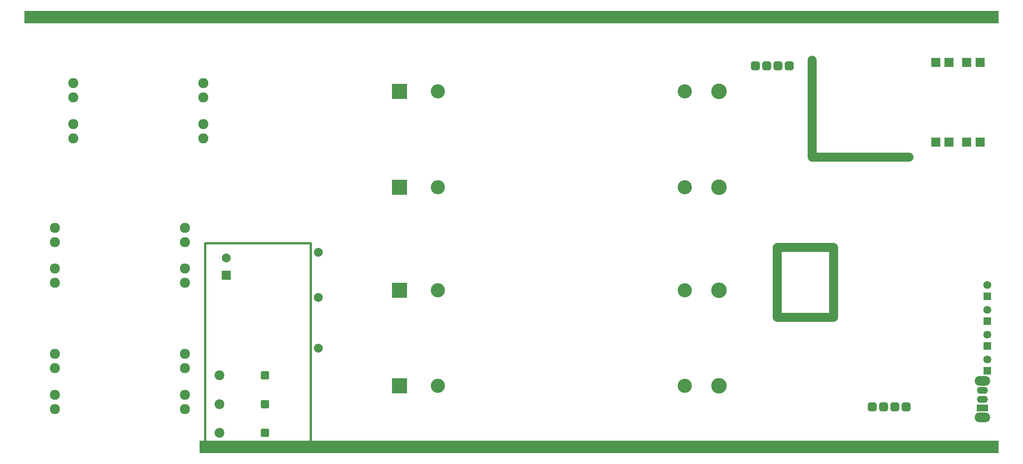
<source format=gbr>
%TF.GenerationSoftware,KiCad,Pcbnew,8.0.9-8.0.9-0~ubuntu24.04.1*%
%TF.CreationDate,2025-03-26T21:15:19+01:00*%
%TF.ProjectId,HighIsoXFMR,48696768-4973-46f5-9846-4d522e6b6963,rev?*%
%TF.SameCoordinates,Original*%
%TF.FileFunction,Soldermask,Bot*%
%TF.FilePolarity,Negative*%
%FSLAX46Y46*%
G04 Gerber Fmt 4.6, Leading zero omitted, Abs format (unit mm)*
G04 Created by KiCad (PCBNEW 8.0.9-8.0.9-0~ubuntu24.04.1) date 2025-03-26 21:15:19*
%MOMM*%
%LPD*%
G01*
G04 APERTURE LIST*
G04 Aperture macros list*
%AMRoundRect*
0 Rectangle with rounded corners*
0 $1 Rounding radius*
0 $2 $3 $4 $5 $6 $7 $8 $9 X,Y pos of 4 corners*
0 Add a 4 corners polygon primitive as box body*
4,1,4,$2,$3,$4,$5,$6,$7,$8,$9,$2,$3,0*
0 Add four circle primitives for the rounded corners*
1,1,$1+$1,$2,$3*
1,1,$1+$1,$4,$5*
1,1,$1+$1,$6,$7*
1,1,$1+$1,$8,$9*
0 Add four rect primitives between the rounded corners*
20,1,$1+$1,$2,$3,$4,$5,0*
20,1,$1+$1,$4,$5,$6,$7,0*
20,1,$1+$1,$6,$7,$8,$9,0*
20,1,$1+$1,$8,$9,$2,$3,0*%
G04 Aperture macros list end*
%ADD10C,0.500000*%
%ADD11C,0.000000*%
%ADD12C,2.000000*%
%ADD13R,1.800000X1.800000*%
%ADD14C,1.800000*%
%ADD15C,3.200000*%
%ADD16R,3.500000X3.500000*%
%ADD17C,3.500000*%
%ADD18R,2.000000X2.000000*%
%ADD19C,2.000000*%
%ADD20O,3.500000X2.200000*%
%ADD21R,2.500000X1.500000*%
%ADD22O,2.500000X1.500000*%
%ADD23C,2.200000*%
%ADD24RoundRect,0.250000X-0.675000X0.675000X-0.675000X-0.675000X0.675000X-0.675000X0.675000X0.675000X0*%
%ADD25RoundRect,0.500000X0.500000X-0.500000X0.500000X0.500000X-0.500000X0.500000X-0.500000X-0.500000X0*%
%ADD26C,2.286000*%
G04 APERTURE END LIST*
D10*
X95000000Y-147000000D02*
X95000000Y-102250000D01*
X71250000Y-102250000D02*
X71250000Y-147000000D01*
D11*
G36*
X250000000Y-149500000D02*
G01*
X70000000Y-149500000D01*
X70000000Y-146750000D01*
X250000000Y-146750000D01*
X250000000Y-149500000D01*
G37*
D10*
X71250000Y-102250000D02*
X95000000Y-102250000D01*
D11*
G36*
X250000000Y-52750000D02*
G01*
X30500000Y-52750000D01*
X30500000Y-50000000D01*
X250000000Y-50000000D01*
X250000000Y-52750000D01*
G37*
D12*
%TO.C,U3*%
X200138600Y-103234000D02*
X212838600Y-103234000D01*
X200138600Y-118982000D02*
X200138600Y-103234000D01*
X208012600Y-61070000D02*
X208012600Y-82914000D01*
X212838600Y-103234000D02*
X212838600Y-118982000D01*
X212838600Y-118982000D02*
X200138600Y-118982000D01*
X229856600Y-82914000D02*
X208012600Y-82914000D01*
%TD*%
D13*
%TO.C,D17*%
X247415000Y-125400000D03*
D14*
X247415000Y-122860000D03*
%TD*%
D15*
%TO.C,BT5*%
X123640000Y-68100000D03*
X179250000Y-68100000D03*
D16*
X114995000Y-68100000D03*
D17*
X186995000Y-68100000D03*
%TD*%
D18*
%TO.C,TP7*%
X238790000Y-79522500D03*
%TD*%
%TO.C,TP1*%
X235790000Y-61522500D03*
%TD*%
%TO.C,TP6*%
X242790000Y-79522500D03*
%TD*%
D13*
%TO.C,D15*%
X247415000Y-119800000D03*
D14*
X247415000Y-117260000D03*
%TD*%
D18*
%TO.C,PS1*%
X76000000Y-109500000D03*
D19*
X76000000Y-105600000D03*
X96760000Y-125900000D03*
X96760000Y-114470000D03*
X96760000Y-104310000D03*
%TD*%
D13*
%TO.C,D2*%
X247415000Y-131000000D03*
D14*
X247415000Y-128460000D03*
%TD*%
D20*
%TO.C,SW1*%
X246315000Y-141514000D03*
X246315000Y-133314000D03*
D21*
X246315000Y-139414000D03*
D22*
X246315000Y-137414000D03*
X246315000Y-135414000D03*
%TD*%
D23*
%TO.C,J4*%
X74490000Y-138500000D03*
D24*
X84690000Y-138500000D03*
%TD*%
D18*
%TO.C,TP4*%
X235790000Y-79522500D03*
%TD*%
D15*
%TO.C,BT7*%
X123640000Y-112850000D03*
X179250000Y-112850000D03*
D16*
X114995000Y-112850000D03*
D17*
X186995000Y-112850000D03*
%TD*%
D13*
%TO.C,D16*%
X247396000Y-114200000D03*
D14*
X247396000Y-111660000D03*
%TD*%
D25*
%TO.C,U3*%
X221525400Y-139149600D03*
X224065400Y-139149600D03*
X226605400Y-139149600D03*
X229145400Y-139149600D03*
X195211000Y-62289200D03*
X197751000Y-62289200D03*
X200291000Y-62289200D03*
X202831000Y-62289200D03*
%TD*%
D23*
%TO.C,J5*%
X74490000Y-145000000D03*
D24*
X84690000Y-145000000D03*
%TD*%
D26*
%TO.C,TR2*%
X37400000Y-98800000D03*
X37400000Y-102000400D03*
X37400000Y-107994800D03*
X37400000Y-111195200D03*
X66700000Y-98802400D03*
X66700000Y-102002800D03*
X66700000Y-107997200D03*
X66700000Y-111197600D03*
%TD*%
D18*
%TO.C,TP8*%
X242790000Y-61522500D03*
%TD*%
D26*
%TO.C,TR3*%
X37400000Y-127215475D03*
X37400000Y-130415875D03*
X37400000Y-136410275D03*
X37400000Y-139610675D03*
X66700000Y-127217875D03*
X66700000Y-130418275D03*
X66700000Y-136412675D03*
X66700000Y-139613075D03*
%TD*%
D18*
%TO.C,TP2*%
X245790000Y-79522500D03*
%TD*%
D26*
%TO.C,TR1*%
X70800000Y-78647600D03*
X70800000Y-75447200D03*
X70800000Y-69452800D03*
X70800000Y-66252400D03*
X41500000Y-78645200D03*
X41500000Y-75444800D03*
X41500000Y-69450400D03*
X41500000Y-66250000D03*
%TD*%
D18*
%TO.C,TP3*%
X245790000Y-61522500D03*
%TD*%
D15*
%TO.C,BT6*%
X123640000Y-89650000D03*
X179250000Y-89650000D03*
D16*
X114995000Y-89650000D03*
D17*
X186995000Y-89650000D03*
%TD*%
D15*
%TO.C,BT8*%
X123640000Y-134400000D03*
X179250000Y-134400000D03*
D16*
X114995000Y-134400000D03*
D17*
X186995000Y-134400000D03*
%TD*%
D23*
%TO.C,J3*%
X74490000Y-132000000D03*
D24*
X84690000Y-132000000D03*
%TD*%
D18*
%TO.C,TP5*%
X238790000Y-61522500D03*
%TD*%
M02*

</source>
